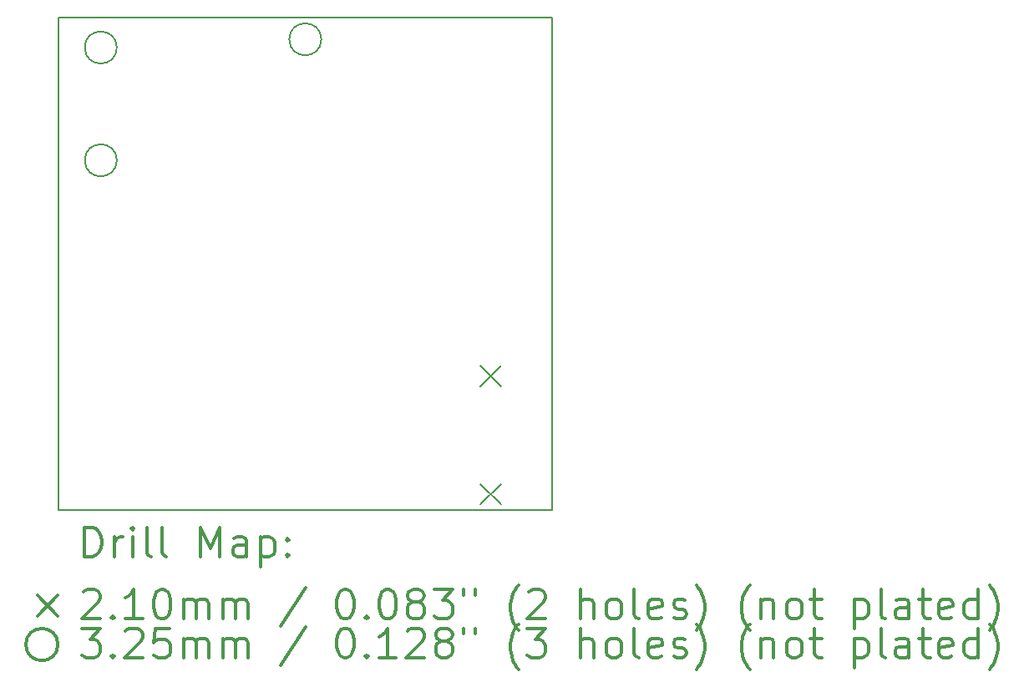
<source format=gbr>
%FSLAX45Y45*%
G04 Gerber Fmt 4.5, Leading zero omitted, Abs format (unit mm)*
G04 Created by KiCad (PCBNEW 4.0.2-stable) date 3/20/2016 1:22:35 PM*
%MOMM*%
G01*
G04 APERTURE LIST*
%ADD10C,0.127000*%
%ADD11C,0.150000*%
%ADD12C,0.200000*%
%ADD13C,0.300000*%
G04 APERTURE END LIST*
D10*
D11*
X10000000Y-5000000D02*
X10000000Y-10000000D01*
X15000000Y-5000000D02*
X10000000Y-5000000D01*
X15000000Y-10000000D02*
X15000000Y-5000000D01*
X10000000Y-10000000D02*
X15000000Y-10000000D01*
D12*
X14271400Y-8534250D02*
X14481400Y-8744250D01*
X14481400Y-8534250D02*
X14271400Y-8744250D01*
X14271400Y-9734250D02*
X14481400Y-9944250D01*
X14481400Y-9734250D02*
X14271400Y-9944250D01*
X10589200Y-5308100D02*
G75*
G03X10589200Y-5308100I-162500J0D01*
G01*
X10589200Y-6452100D02*
G75*
G03X10589200Y-6452100I-162500J0D01*
G01*
X12662500Y-5225000D02*
G75*
G03X12662500Y-5225000I-162500J0D01*
G01*
D13*
X10263929Y-10473214D02*
X10263929Y-10173214D01*
X10335357Y-10173214D01*
X10378214Y-10187500D01*
X10406786Y-10216072D01*
X10421071Y-10244643D01*
X10435357Y-10301786D01*
X10435357Y-10344643D01*
X10421071Y-10401786D01*
X10406786Y-10430357D01*
X10378214Y-10458929D01*
X10335357Y-10473214D01*
X10263929Y-10473214D01*
X10563929Y-10473214D02*
X10563929Y-10273214D01*
X10563929Y-10330357D02*
X10578214Y-10301786D01*
X10592500Y-10287500D01*
X10621071Y-10273214D01*
X10649643Y-10273214D01*
X10749643Y-10473214D02*
X10749643Y-10273214D01*
X10749643Y-10173214D02*
X10735357Y-10187500D01*
X10749643Y-10201786D01*
X10763929Y-10187500D01*
X10749643Y-10173214D01*
X10749643Y-10201786D01*
X10935357Y-10473214D02*
X10906786Y-10458929D01*
X10892500Y-10430357D01*
X10892500Y-10173214D01*
X11092500Y-10473214D02*
X11063929Y-10458929D01*
X11049643Y-10430357D01*
X11049643Y-10173214D01*
X11435357Y-10473214D02*
X11435357Y-10173214D01*
X11535357Y-10387500D01*
X11635357Y-10173214D01*
X11635357Y-10473214D01*
X11906786Y-10473214D02*
X11906786Y-10316072D01*
X11892500Y-10287500D01*
X11863928Y-10273214D01*
X11806786Y-10273214D01*
X11778214Y-10287500D01*
X11906786Y-10458929D02*
X11878214Y-10473214D01*
X11806786Y-10473214D01*
X11778214Y-10458929D01*
X11763928Y-10430357D01*
X11763928Y-10401786D01*
X11778214Y-10373214D01*
X11806786Y-10358929D01*
X11878214Y-10358929D01*
X11906786Y-10344643D01*
X12049643Y-10273214D02*
X12049643Y-10573214D01*
X12049643Y-10287500D02*
X12078214Y-10273214D01*
X12135357Y-10273214D01*
X12163928Y-10287500D01*
X12178214Y-10301786D01*
X12192500Y-10330357D01*
X12192500Y-10416072D01*
X12178214Y-10444643D01*
X12163928Y-10458929D01*
X12135357Y-10473214D01*
X12078214Y-10473214D01*
X12049643Y-10458929D01*
X12321071Y-10444643D02*
X12335357Y-10458929D01*
X12321071Y-10473214D01*
X12306786Y-10458929D01*
X12321071Y-10444643D01*
X12321071Y-10473214D01*
X12321071Y-10287500D02*
X12335357Y-10301786D01*
X12321071Y-10316072D01*
X12306786Y-10301786D01*
X12321071Y-10287500D01*
X12321071Y-10316072D01*
X9782500Y-10862500D02*
X9992500Y-11072500D01*
X9992500Y-10862500D02*
X9782500Y-11072500D01*
X10249643Y-10831786D02*
X10263929Y-10817500D01*
X10292500Y-10803214D01*
X10363929Y-10803214D01*
X10392500Y-10817500D01*
X10406786Y-10831786D01*
X10421071Y-10860357D01*
X10421071Y-10888929D01*
X10406786Y-10931786D01*
X10235357Y-11103214D01*
X10421071Y-11103214D01*
X10549643Y-11074643D02*
X10563929Y-11088929D01*
X10549643Y-11103214D01*
X10535357Y-11088929D01*
X10549643Y-11074643D01*
X10549643Y-11103214D01*
X10849643Y-11103214D02*
X10678214Y-11103214D01*
X10763928Y-11103214D02*
X10763928Y-10803214D01*
X10735357Y-10846072D01*
X10706786Y-10874643D01*
X10678214Y-10888929D01*
X11035357Y-10803214D02*
X11063929Y-10803214D01*
X11092500Y-10817500D01*
X11106786Y-10831786D01*
X11121071Y-10860357D01*
X11135357Y-10917500D01*
X11135357Y-10988929D01*
X11121071Y-11046072D01*
X11106786Y-11074643D01*
X11092500Y-11088929D01*
X11063929Y-11103214D01*
X11035357Y-11103214D01*
X11006786Y-11088929D01*
X10992500Y-11074643D01*
X10978214Y-11046072D01*
X10963929Y-10988929D01*
X10963929Y-10917500D01*
X10978214Y-10860357D01*
X10992500Y-10831786D01*
X11006786Y-10817500D01*
X11035357Y-10803214D01*
X11263928Y-11103214D02*
X11263928Y-10903214D01*
X11263928Y-10931786D02*
X11278214Y-10917500D01*
X11306786Y-10903214D01*
X11349643Y-10903214D01*
X11378214Y-10917500D01*
X11392500Y-10946072D01*
X11392500Y-11103214D01*
X11392500Y-10946072D02*
X11406786Y-10917500D01*
X11435357Y-10903214D01*
X11478214Y-10903214D01*
X11506786Y-10917500D01*
X11521071Y-10946072D01*
X11521071Y-11103214D01*
X11663928Y-11103214D02*
X11663928Y-10903214D01*
X11663928Y-10931786D02*
X11678214Y-10917500D01*
X11706786Y-10903214D01*
X11749643Y-10903214D01*
X11778214Y-10917500D01*
X11792500Y-10946072D01*
X11792500Y-11103214D01*
X11792500Y-10946072D02*
X11806786Y-10917500D01*
X11835357Y-10903214D01*
X11878214Y-10903214D01*
X11906786Y-10917500D01*
X11921071Y-10946072D01*
X11921071Y-11103214D01*
X12506786Y-10788929D02*
X12249643Y-11174643D01*
X12892500Y-10803214D02*
X12921071Y-10803214D01*
X12949643Y-10817500D01*
X12963928Y-10831786D01*
X12978214Y-10860357D01*
X12992500Y-10917500D01*
X12992500Y-10988929D01*
X12978214Y-11046072D01*
X12963928Y-11074643D01*
X12949643Y-11088929D01*
X12921071Y-11103214D01*
X12892500Y-11103214D01*
X12863928Y-11088929D01*
X12849643Y-11074643D01*
X12835357Y-11046072D01*
X12821071Y-10988929D01*
X12821071Y-10917500D01*
X12835357Y-10860357D01*
X12849643Y-10831786D01*
X12863928Y-10817500D01*
X12892500Y-10803214D01*
X13121071Y-11074643D02*
X13135357Y-11088929D01*
X13121071Y-11103214D01*
X13106786Y-11088929D01*
X13121071Y-11074643D01*
X13121071Y-11103214D01*
X13321071Y-10803214D02*
X13349643Y-10803214D01*
X13378214Y-10817500D01*
X13392500Y-10831786D01*
X13406785Y-10860357D01*
X13421071Y-10917500D01*
X13421071Y-10988929D01*
X13406785Y-11046072D01*
X13392500Y-11074643D01*
X13378214Y-11088929D01*
X13349643Y-11103214D01*
X13321071Y-11103214D01*
X13292500Y-11088929D01*
X13278214Y-11074643D01*
X13263928Y-11046072D01*
X13249643Y-10988929D01*
X13249643Y-10917500D01*
X13263928Y-10860357D01*
X13278214Y-10831786D01*
X13292500Y-10817500D01*
X13321071Y-10803214D01*
X13592500Y-10931786D02*
X13563928Y-10917500D01*
X13549643Y-10903214D01*
X13535357Y-10874643D01*
X13535357Y-10860357D01*
X13549643Y-10831786D01*
X13563928Y-10817500D01*
X13592500Y-10803214D01*
X13649643Y-10803214D01*
X13678214Y-10817500D01*
X13692500Y-10831786D01*
X13706785Y-10860357D01*
X13706785Y-10874643D01*
X13692500Y-10903214D01*
X13678214Y-10917500D01*
X13649643Y-10931786D01*
X13592500Y-10931786D01*
X13563928Y-10946072D01*
X13549643Y-10960357D01*
X13535357Y-10988929D01*
X13535357Y-11046072D01*
X13549643Y-11074643D01*
X13563928Y-11088929D01*
X13592500Y-11103214D01*
X13649643Y-11103214D01*
X13678214Y-11088929D01*
X13692500Y-11074643D01*
X13706785Y-11046072D01*
X13706785Y-10988929D01*
X13692500Y-10960357D01*
X13678214Y-10946072D01*
X13649643Y-10931786D01*
X13806785Y-10803214D02*
X13992500Y-10803214D01*
X13892500Y-10917500D01*
X13935357Y-10917500D01*
X13963928Y-10931786D01*
X13978214Y-10946072D01*
X13992500Y-10974643D01*
X13992500Y-11046072D01*
X13978214Y-11074643D01*
X13963928Y-11088929D01*
X13935357Y-11103214D01*
X13849643Y-11103214D01*
X13821071Y-11088929D01*
X13806785Y-11074643D01*
X14106786Y-10803214D02*
X14106786Y-10860357D01*
X14221071Y-10803214D02*
X14221071Y-10860357D01*
X14663928Y-11217500D02*
X14649643Y-11203214D01*
X14621071Y-11160357D01*
X14606785Y-11131786D01*
X14592500Y-11088929D01*
X14578214Y-11017500D01*
X14578214Y-10960357D01*
X14592500Y-10888929D01*
X14606785Y-10846072D01*
X14621071Y-10817500D01*
X14649643Y-10774643D01*
X14663928Y-10760357D01*
X14763928Y-10831786D02*
X14778214Y-10817500D01*
X14806785Y-10803214D01*
X14878214Y-10803214D01*
X14906785Y-10817500D01*
X14921071Y-10831786D01*
X14935357Y-10860357D01*
X14935357Y-10888929D01*
X14921071Y-10931786D01*
X14749643Y-11103214D01*
X14935357Y-11103214D01*
X15292500Y-11103214D02*
X15292500Y-10803214D01*
X15421071Y-11103214D02*
X15421071Y-10946072D01*
X15406785Y-10917500D01*
X15378214Y-10903214D01*
X15335357Y-10903214D01*
X15306785Y-10917500D01*
X15292500Y-10931786D01*
X15606785Y-11103214D02*
X15578214Y-11088929D01*
X15563928Y-11074643D01*
X15549643Y-11046072D01*
X15549643Y-10960357D01*
X15563928Y-10931786D01*
X15578214Y-10917500D01*
X15606785Y-10903214D01*
X15649643Y-10903214D01*
X15678214Y-10917500D01*
X15692500Y-10931786D01*
X15706785Y-10960357D01*
X15706785Y-11046072D01*
X15692500Y-11074643D01*
X15678214Y-11088929D01*
X15649643Y-11103214D01*
X15606785Y-11103214D01*
X15878214Y-11103214D02*
X15849643Y-11088929D01*
X15835357Y-11060357D01*
X15835357Y-10803214D01*
X16106786Y-11088929D02*
X16078214Y-11103214D01*
X16021071Y-11103214D01*
X15992500Y-11088929D01*
X15978214Y-11060357D01*
X15978214Y-10946072D01*
X15992500Y-10917500D01*
X16021071Y-10903214D01*
X16078214Y-10903214D01*
X16106786Y-10917500D01*
X16121071Y-10946072D01*
X16121071Y-10974643D01*
X15978214Y-11003214D01*
X16235357Y-11088929D02*
X16263928Y-11103214D01*
X16321071Y-11103214D01*
X16349643Y-11088929D01*
X16363928Y-11060357D01*
X16363928Y-11046072D01*
X16349643Y-11017500D01*
X16321071Y-11003214D01*
X16278214Y-11003214D01*
X16249643Y-10988929D01*
X16235357Y-10960357D01*
X16235357Y-10946072D01*
X16249643Y-10917500D01*
X16278214Y-10903214D01*
X16321071Y-10903214D01*
X16349643Y-10917500D01*
X16463928Y-11217500D02*
X16478214Y-11203214D01*
X16506786Y-11160357D01*
X16521071Y-11131786D01*
X16535357Y-11088929D01*
X16549643Y-11017500D01*
X16549643Y-10960357D01*
X16535357Y-10888929D01*
X16521071Y-10846072D01*
X16506786Y-10817500D01*
X16478214Y-10774643D01*
X16463928Y-10760357D01*
X17006786Y-11217500D02*
X16992500Y-11203214D01*
X16963928Y-11160357D01*
X16949643Y-11131786D01*
X16935357Y-11088929D01*
X16921071Y-11017500D01*
X16921071Y-10960357D01*
X16935357Y-10888929D01*
X16949643Y-10846072D01*
X16963928Y-10817500D01*
X16992500Y-10774643D01*
X17006786Y-10760357D01*
X17121071Y-10903214D02*
X17121071Y-11103214D01*
X17121071Y-10931786D02*
X17135357Y-10917500D01*
X17163928Y-10903214D01*
X17206786Y-10903214D01*
X17235357Y-10917500D01*
X17249643Y-10946072D01*
X17249643Y-11103214D01*
X17435357Y-11103214D02*
X17406786Y-11088929D01*
X17392500Y-11074643D01*
X17378214Y-11046072D01*
X17378214Y-10960357D01*
X17392500Y-10931786D01*
X17406786Y-10917500D01*
X17435357Y-10903214D01*
X17478214Y-10903214D01*
X17506786Y-10917500D01*
X17521071Y-10931786D01*
X17535357Y-10960357D01*
X17535357Y-11046072D01*
X17521071Y-11074643D01*
X17506786Y-11088929D01*
X17478214Y-11103214D01*
X17435357Y-11103214D01*
X17621071Y-10903214D02*
X17735357Y-10903214D01*
X17663929Y-10803214D02*
X17663929Y-11060357D01*
X17678214Y-11088929D01*
X17706786Y-11103214D01*
X17735357Y-11103214D01*
X18063929Y-10903214D02*
X18063929Y-11203214D01*
X18063929Y-10917500D02*
X18092500Y-10903214D01*
X18149643Y-10903214D01*
X18178214Y-10917500D01*
X18192500Y-10931786D01*
X18206786Y-10960357D01*
X18206786Y-11046072D01*
X18192500Y-11074643D01*
X18178214Y-11088929D01*
X18149643Y-11103214D01*
X18092500Y-11103214D01*
X18063929Y-11088929D01*
X18378214Y-11103214D02*
X18349643Y-11088929D01*
X18335357Y-11060357D01*
X18335357Y-10803214D01*
X18621071Y-11103214D02*
X18621071Y-10946072D01*
X18606786Y-10917500D01*
X18578214Y-10903214D01*
X18521071Y-10903214D01*
X18492500Y-10917500D01*
X18621071Y-11088929D02*
X18592500Y-11103214D01*
X18521071Y-11103214D01*
X18492500Y-11088929D01*
X18478214Y-11060357D01*
X18478214Y-11031786D01*
X18492500Y-11003214D01*
X18521071Y-10988929D01*
X18592500Y-10988929D01*
X18621071Y-10974643D01*
X18721071Y-10903214D02*
X18835357Y-10903214D01*
X18763929Y-10803214D02*
X18763929Y-11060357D01*
X18778214Y-11088929D01*
X18806786Y-11103214D01*
X18835357Y-11103214D01*
X19049643Y-11088929D02*
X19021072Y-11103214D01*
X18963929Y-11103214D01*
X18935357Y-11088929D01*
X18921072Y-11060357D01*
X18921072Y-10946072D01*
X18935357Y-10917500D01*
X18963929Y-10903214D01*
X19021072Y-10903214D01*
X19049643Y-10917500D01*
X19063929Y-10946072D01*
X19063929Y-10974643D01*
X18921072Y-11003214D01*
X19321072Y-11103214D02*
X19321072Y-10803214D01*
X19321072Y-11088929D02*
X19292500Y-11103214D01*
X19235357Y-11103214D01*
X19206786Y-11088929D01*
X19192500Y-11074643D01*
X19178214Y-11046072D01*
X19178214Y-10960357D01*
X19192500Y-10931786D01*
X19206786Y-10917500D01*
X19235357Y-10903214D01*
X19292500Y-10903214D01*
X19321072Y-10917500D01*
X19435357Y-11217500D02*
X19449643Y-11203214D01*
X19478214Y-11160357D01*
X19492500Y-11131786D01*
X19506786Y-11088929D01*
X19521072Y-11017500D01*
X19521072Y-10960357D01*
X19506786Y-10888929D01*
X19492500Y-10846072D01*
X19478214Y-10817500D01*
X19449643Y-10774643D01*
X19435357Y-10760357D01*
X9992500Y-11363500D02*
G75*
G03X9992500Y-11363500I-162500J0D01*
G01*
X10235357Y-11199214D02*
X10421071Y-11199214D01*
X10321071Y-11313500D01*
X10363929Y-11313500D01*
X10392500Y-11327786D01*
X10406786Y-11342071D01*
X10421071Y-11370643D01*
X10421071Y-11442071D01*
X10406786Y-11470643D01*
X10392500Y-11484929D01*
X10363929Y-11499214D01*
X10278214Y-11499214D01*
X10249643Y-11484929D01*
X10235357Y-11470643D01*
X10549643Y-11470643D02*
X10563929Y-11484929D01*
X10549643Y-11499214D01*
X10535357Y-11484929D01*
X10549643Y-11470643D01*
X10549643Y-11499214D01*
X10678214Y-11227786D02*
X10692500Y-11213500D01*
X10721071Y-11199214D01*
X10792500Y-11199214D01*
X10821071Y-11213500D01*
X10835357Y-11227786D01*
X10849643Y-11256357D01*
X10849643Y-11284929D01*
X10835357Y-11327786D01*
X10663928Y-11499214D01*
X10849643Y-11499214D01*
X11121071Y-11199214D02*
X10978214Y-11199214D01*
X10963929Y-11342071D01*
X10978214Y-11327786D01*
X11006786Y-11313500D01*
X11078214Y-11313500D01*
X11106786Y-11327786D01*
X11121071Y-11342071D01*
X11135357Y-11370643D01*
X11135357Y-11442071D01*
X11121071Y-11470643D01*
X11106786Y-11484929D01*
X11078214Y-11499214D01*
X11006786Y-11499214D01*
X10978214Y-11484929D01*
X10963929Y-11470643D01*
X11263928Y-11499214D02*
X11263928Y-11299214D01*
X11263928Y-11327786D02*
X11278214Y-11313500D01*
X11306786Y-11299214D01*
X11349643Y-11299214D01*
X11378214Y-11313500D01*
X11392500Y-11342071D01*
X11392500Y-11499214D01*
X11392500Y-11342071D02*
X11406786Y-11313500D01*
X11435357Y-11299214D01*
X11478214Y-11299214D01*
X11506786Y-11313500D01*
X11521071Y-11342071D01*
X11521071Y-11499214D01*
X11663928Y-11499214D02*
X11663928Y-11299214D01*
X11663928Y-11327786D02*
X11678214Y-11313500D01*
X11706786Y-11299214D01*
X11749643Y-11299214D01*
X11778214Y-11313500D01*
X11792500Y-11342071D01*
X11792500Y-11499214D01*
X11792500Y-11342071D02*
X11806786Y-11313500D01*
X11835357Y-11299214D01*
X11878214Y-11299214D01*
X11906786Y-11313500D01*
X11921071Y-11342071D01*
X11921071Y-11499214D01*
X12506786Y-11184929D02*
X12249643Y-11570643D01*
X12892500Y-11199214D02*
X12921071Y-11199214D01*
X12949643Y-11213500D01*
X12963928Y-11227786D01*
X12978214Y-11256357D01*
X12992500Y-11313500D01*
X12992500Y-11384929D01*
X12978214Y-11442071D01*
X12963928Y-11470643D01*
X12949643Y-11484929D01*
X12921071Y-11499214D01*
X12892500Y-11499214D01*
X12863928Y-11484929D01*
X12849643Y-11470643D01*
X12835357Y-11442071D01*
X12821071Y-11384929D01*
X12821071Y-11313500D01*
X12835357Y-11256357D01*
X12849643Y-11227786D01*
X12863928Y-11213500D01*
X12892500Y-11199214D01*
X13121071Y-11470643D02*
X13135357Y-11484929D01*
X13121071Y-11499214D01*
X13106786Y-11484929D01*
X13121071Y-11470643D01*
X13121071Y-11499214D01*
X13421071Y-11499214D02*
X13249643Y-11499214D01*
X13335357Y-11499214D02*
X13335357Y-11199214D01*
X13306785Y-11242071D01*
X13278214Y-11270643D01*
X13249643Y-11284929D01*
X13535357Y-11227786D02*
X13549643Y-11213500D01*
X13578214Y-11199214D01*
X13649643Y-11199214D01*
X13678214Y-11213500D01*
X13692500Y-11227786D01*
X13706785Y-11256357D01*
X13706785Y-11284929D01*
X13692500Y-11327786D01*
X13521071Y-11499214D01*
X13706785Y-11499214D01*
X13878214Y-11327786D02*
X13849643Y-11313500D01*
X13835357Y-11299214D01*
X13821071Y-11270643D01*
X13821071Y-11256357D01*
X13835357Y-11227786D01*
X13849643Y-11213500D01*
X13878214Y-11199214D01*
X13935357Y-11199214D01*
X13963928Y-11213500D01*
X13978214Y-11227786D01*
X13992500Y-11256357D01*
X13992500Y-11270643D01*
X13978214Y-11299214D01*
X13963928Y-11313500D01*
X13935357Y-11327786D01*
X13878214Y-11327786D01*
X13849643Y-11342071D01*
X13835357Y-11356357D01*
X13821071Y-11384929D01*
X13821071Y-11442071D01*
X13835357Y-11470643D01*
X13849643Y-11484929D01*
X13878214Y-11499214D01*
X13935357Y-11499214D01*
X13963928Y-11484929D01*
X13978214Y-11470643D01*
X13992500Y-11442071D01*
X13992500Y-11384929D01*
X13978214Y-11356357D01*
X13963928Y-11342071D01*
X13935357Y-11327786D01*
X14106786Y-11199214D02*
X14106786Y-11256357D01*
X14221071Y-11199214D02*
X14221071Y-11256357D01*
X14663928Y-11613500D02*
X14649643Y-11599214D01*
X14621071Y-11556357D01*
X14606785Y-11527786D01*
X14592500Y-11484929D01*
X14578214Y-11413500D01*
X14578214Y-11356357D01*
X14592500Y-11284929D01*
X14606785Y-11242071D01*
X14621071Y-11213500D01*
X14649643Y-11170643D01*
X14663928Y-11156357D01*
X14749643Y-11199214D02*
X14935357Y-11199214D01*
X14835357Y-11313500D01*
X14878214Y-11313500D01*
X14906785Y-11327786D01*
X14921071Y-11342071D01*
X14935357Y-11370643D01*
X14935357Y-11442071D01*
X14921071Y-11470643D01*
X14906785Y-11484929D01*
X14878214Y-11499214D01*
X14792500Y-11499214D01*
X14763928Y-11484929D01*
X14749643Y-11470643D01*
X15292500Y-11499214D02*
X15292500Y-11199214D01*
X15421071Y-11499214D02*
X15421071Y-11342071D01*
X15406785Y-11313500D01*
X15378214Y-11299214D01*
X15335357Y-11299214D01*
X15306785Y-11313500D01*
X15292500Y-11327786D01*
X15606785Y-11499214D02*
X15578214Y-11484929D01*
X15563928Y-11470643D01*
X15549643Y-11442071D01*
X15549643Y-11356357D01*
X15563928Y-11327786D01*
X15578214Y-11313500D01*
X15606785Y-11299214D01*
X15649643Y-11299214D01*
X15678214Y-11313500D01*
X15692500Y-11327786D01*
X15706785Y-11356357D01*
X15706785Y-11442071D01*
X15692500Y-11470643D01*
X15678214Y-11484929D01*
X15649643Y-11499214D01*
X15606785Y-11499214D01*
X15878214Y-11499214D02*
X15849643Y-11484929D01*
X15835357Y-11456357D01*
X15835357Y-11199214D01*
X16106786Y-11484929D02*
X16078214Y-11499214D01*
X16021071Y-11499214D01*
X15992500Y-11484929D01*
X15978214Y-11456357D01*
X15978214Y-11342071D01*
X15992500Y-11313500D01*
X16021071Y-11299214D01*
X16078214Y-11299214D01*
X16106786Y-11313500D01*
X16121071Y-11342071D01*
X16121071Y-11370643D01*
X15978214Y-11399214D01*
X16235357Y-11484929D02*
X16263928Y-11499214D01*
X16321071Y-11499214D01*
X16349643Y-11484929D01*
X16363928Y-11456357D01*
X16363928Y-11442071D01*
X16349643Y-11413500D01*
X16321071Y-11399214D01*
X16278214Y-11399214D01*
X16249643Y-11384929D01*
X16235357Y-11356357D01*
X16235357Y-11342071D01*
X16249643Y-11313500D01*
X16278214Y-11299214D01*
X16321071Y-11299214D01*
X16349643Y-11313500D01*
X16463928Y-11613500D02*
X16478214Y-11599214D01*
X16506786Y-11556357D01*
X16521071Y-11527786D01*
X16535357Y-11484929D01*
X16549643Y-11413500D01*
X16549643Y-11356357D01*
X16535357Y-11284929D01*
X16521071Y-11242071D01*
X16506786Y-11213500D01*
X16478214Y-11170643D01*
X16463928Y-11156357D01*
X17006786Y-11613500D02*
X16992500Y-11599214D01*
X16963928Y-11556357D01*
X16949643Y-11527786D01*
X16935357Y-11484929D01*
X16921071Y-11413500D01*
X16921071Y-11356357D01*
X16935357Y-11284929D01*
X16949643Y-11242071D01*
X16963928Y-11213500D01*
X16992500Y-11170643D01*
X17006786Y-11156357D01*
X17121071Y-11299214D02*
X17121071Y-11499214D01*
X17121071Y-11327786D02*
X17135357Y-11313500D01*
X17163928Y-11299214D01*
X17206786Y-11299214D01*
X17235357Y-11313500D01*
X17249643Y-11342071D01*
X17249643Y-11499214D01*
X17435357Y-11499214D02*
X17406786Y-11484929D01*
X17392500Y-11470643D01*
X17378214Y-11442071D01*
X17378214Y-11356357D01*
X17392500Y-11327786D01*
X17406786Y-11313500D01*
X17435357Y-11299214D01*
X17478214Y-11299214D01*
X17506786Y-11313500D01*
X17521071Y-11327786D01*
X17535357Y-11356357D01*
X17535357Y-11442071D01*
X17521071Y-11470643D01*
X17506786Y-11484929D01*
X17478214Y-11499214D01*
X17435357Y-11499214D01*
X17621071Y-11299214D02*
X17735357Y-11299214D01*
X17663929Y-11199214D02*
X17663929Y-11456357D01*
X17678214Y-11484929D01*
X17706786Y-11499214D01*
X17735357Y-11499214D01*
X18063929Y-11299214D02*
X18063929Y-11599214D01*
X18063929Y-11313500D02*
X18092500Y-11299214D01*
X18149643Y-11299214D01*
X18178214Y-11313500D01*
X18192500Y-11327786D01*
X18206786Y-11356357D01*
X18206786Y-11442071D01*
X18192500Y-11470643D01*
X18178214Y-11484929D01*
X18149643Y-11499214D01*
X18092500Y-11499214D01*
X18063929Y-11484929D01*
X18378214Y-11499214D02*
X18349643Y-11484929D01*
X18335357Y-11456357D01*
X18335357Y-11199214D01*
X18621071Y-11499214D02*
X18621071Y-11342071D01*
X18606786Y-11313500D01*
X18578214Y-11299214D01*
X18521071Y-11299214D01*
X18492500Y-11313500D01*
X18621071Y-11484929D02*
X18592500Y-11499214D01*
X18521071Y-11499214D01*
X18492500Y-11484929D01*
X18478214Y-11456357D01*
X18478214Y-11427786D01*
X18492500Y-11399214D01*
X18521071Y-11384929D01*
X18592500Y-11384929D01*
X18621071Y-11370643D01*
X18721071Y-11299214D02*
X18835357Y-11299214D01*
X18763929Y-11199214D02*
X18763929Y-11456357D01*
X18778214Y-11484929D01*
X18806786Y-11499214D01*
X18835357Y-11499214D01*
X19049643Y-11484929D02*
X19021072Y-11499214D01*
X18963929Y-11499214D01*
X18935357Y-11484929D01*
X18921072Y-11456357D01*
X18921072Y-11342071D01*
X18935357Y-11313500D01*
X18963929Y-11299214D01*
X19021072Y-11299214D01*
X19049643Y-11313500D01*
X19063929Y-11342071D01*
X19063929Y-11370643D01*
X18921072Y-11399214D01*
X19321072Y-11499214D02*
X19321072Y-11199214D01*
X19321072Y-11484929D02*
X19292500Y-11499214D01*
X19235357Y-11499214D01*
X19206786Y-11484929D01*
X19192500Y-11470643D01*
X19178214Y-11442071D01*
X19178214Y-11356357D01*
X19192500Y-11327786D01*
X19206786Y-11313500D01*
X19235357Y-11299214D01*
X19292500Y-11299214D01*
X19321072Y-11313500D01*
X19435357Y-11613500D02*
X19449643Y-11599214D01*
X19478214Y-11556357D01*
X19492500Y-11527786D01*
X19506786Y-11484929D01*
X19521072Y-11413500D01*
X19521072Y-11356357D01*
X19506786Y-11284929D01*
X19492500Y-11242071D01*
X19478214Y-11213500D01*
X19449643Y-11170643D01*
X19435357Y-11156357D01*
M02*

</source>
